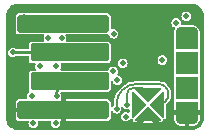
<source format=gbl>
G04 #@! TF.GenerationSoftware,KiCad,Pcbnew,(7.0.0-0)*
G04 #@! TF.CreationDate,2023-10-24T18:27:41+08:00*
G04 #@! TF.ProjectId,Revolute,5265766f-6c75-4746-952e-6b696361645f,rev?*
G04 #@! TF.SameCoordinates,Original*
G04 #@! TF.FileFunction,Copper,L4,Bot*
G04 #@! TF.FilePolarity,Positive*
%FSLAX46Y46*%
G04 Gerber Fmt 4.6, Leading zero omitted, Abs format (unit mm)*
G04 Created by KiCad (PCBNEW (7.0.0-0)) date 2023-10-24 18:27:41*
%MOMM*%
%LPD*%
G01*
G04 APERTURE LIST*
G04 Aperture macros list*
%AMRoundRect*
0 Rectangle with rounded corners*
0 $1 Rounding radius*
0 $2 $3 $4 $5 $6 $7 $8 $9 X,Y pos of 4 corners*
0 Add a 4 corners polygon primitive as box body*
4,1,4,$2,$3,$4,$5,$6,$7,$8,$9,$2,$3,0*
0 Add four circle primitives for the rounded corners*
1,1,$1+$1,$2,$3*
1,1,$1+$1,$4,$5*
1,1,$1+$1,$6,$7*
1,1,$1+$1,$8,$9*
0 Add four rect primitives between the rounded corners*
20,1,$1+$1,$2,$3,$4,$5,0*
20,1,$1+$1,$4,$5,$6,$7,0*
20,1,$1+$1,$6,$7,$8,$9,0*
20,1,$1+$1,$8,$9,$2,$3,0*%
%AMOutline4P*
0 Free polygon, 4 corners , with rotation*
0 The origin of the aperture is its center*
0 number of corners: always 4*
0 $1 to $8 corner X, Y*
0 $9 Rotation angle, in degrees counterclockwise*
0 create outline with 4 corners*
4,1,4,$1,$2,$3,$4,$5,$6,$7,$8,$1,$2,$9*%
%AMFreePoly0*
4,1,17,-0.950000,0.475000,-0.941719,0.563308,-0.894955,0.696953,-0.810876,0.810876,-0.696953,0.894955,-0.563308,0.941719,-0.475000,0.950000,0.475000,0.950000,0.563308,0.941719,0.696953,0.894955,0.810876,0.810876,0.894955,0.696953,0.941719,0.563308,0.950000,0.475000,0.950000,-0.950000,-0.950000,-0.950000,-0.950000,0.475000,-0.950000,0.475000,$1*%
%AMFreePoly1*
4,1,42,1.022267,0.592764,1.045399,0.589101,1.051104,0.583395,1.058779,0.580902,1.072544,0.561955,1.089101,0.545399,1.090363,0.537429,1.095106,0.530902,1.095106,0.507488,1.098770,0.484357,1.095106,0.477166,1.095106,0.469098,1.081341,0.450152,1.070711,0.429290,0.070711,-0.570711,0.056598,-0.577901,0.045399,-0.589101,0.029754,-0.591579,0.015643,-0.598769,0.000002,-0.596291,
-0.015643,-0.598770,-0.029756,-0.591578,-0.045399,-0.589101,-0.056598,-0.577901,-0.070710,-0.570711,-1.070711,0.429289,-1.081341,0.450152,-1.095106,0.469098,-1.095106,0.477168,-1.098769,0.484357,-1.095106,0.507485,-1.095106,0.530902,-1.090363,0.537429,-1.089101,0.545399,-1.072544,0.561955,-1.058779,0.580902,-1.051104,0.583395,-1.045399,0.589101,-1.022269,0.592764,-1.000000,0.600000,
1.000000,0.600000,1.022267,0.592764,1.022267,0.592764,$1*%
G04 Aperture macros list end*
G04 #@! TA.AperFunction,SMDPad,CuDef*
%ADD10RoundRect,0.150000X-3.725000X0.600000X-3.725000X-0.600000X3.725000X-0.600000X3.725000X0.600000X0*%
G04 #@! TD*
G04 #@! TA.AperFunction,SMDPad,CuDef*
%ADD11RoundRect,0.150000X-3.175000X0.600000X-3.175000X-0.600000X3.175000X-0.600000X3.175000X0.600000X0*%
G04 #@! TD*
G04 #@! TA.AperFunction,SMDPad,CuDef*
%ADD12FreePoly0,180.000000*%
G04 #@! TD*
G04 #@! TA.AperFunction,SMDPad,CuDef*
%ADD13Outline4P,-0.950000X0.950000X0.950000X0.950000X0.950000X-0.950000X-0.950000X-0.950000X0.000000*%
G04 #@! TD*
G04 #@! TA.AperFunction,SMDPad,CuDef*
%ADD14FreePoly0,0.000000*%
G04 #@! TD*
G04 #@! TA.AperFunction,SMDPad,CuDef*
%ADD15FreePoly1,90.000000*%
G04 #@! TD*
G04 #@! TA.AperFunction,SMDPad,CuDef*
%ADD16FreePoly1,0.000000*%
G04 #@! TD*
G04 #@! TA.AperFunction,SMDPad,CuDef*
%ADD17FreePoly1,270.000000*%
G04 #@! TD*
G04 #@! TA.AperFunction,SMDPad,CuDef*
%ADD18FreePoly1,180.000000*%
G04 #@! TD*
G04 #@! TA.AperFunction,ViaPad*
%ADD19C,0.500000*%
G04 #@! TD*
G04 #@! TA.AperFunction,Conductor*
%ADD20C,0.250000*%
G04 #@! TD*
G04 #@! TA.AperFunction,Conductor*
%ADD21C,0.150000*%
G04 #@! TD*
G04 APERTURE END LIST*
D10*
X170875000Y-84050000D03*
D11*
X171425000Y-86483000D03*
X171425000Y-88917000D03*
D10*
X170875000Y-91350000D03*
D12*
X181339999Y-91589999D03*
D13*
X181339999Y-89489999D03*
X181339999Y-87389999D03*
D14*
X181339999Y-85289999D03*
D15*
X177240000Y-90890000D03*
D16*
X178040000Y-90090000D03*
D17*
X178840000Y-90890000D03*
D18*
X178040000Y-91690000D03*
D19*
X171700000Y-87700000D03*
X172700000Y-87700000D03*
X166480000Y-92050000D03*
X176270000Y-83220000D03*
X178470000Y-85070000D03*
X166490000Y-85320000D03*
X166490000Y-91020000D03*
X179392780Y-84952132D03*
X173700000Y-87700000D03*
X166490000Y-84300000D03*
X166480000Y-90030000D03*
X166480000Y-89010000D03*
X168180000Y-90150000D03*
X181900000Y-85620000D03*
X175130000Y-84910000D03*
X176170000Y-91910000D03*
X169610000Y-85260000D03*
X175910000Y-87390000D03*
X170730000Y-85290000D03*
X167557188Y-83520000D03*
X179250000Y-87120000D03*
X168320000Y-92480000D03*
X166610000Y-86480000D03*
X170220000Y-92480000D03*
X170300000Y-90160000D03*
X176240000Y-90890000D03*
X175380000Y-91260000D03*
X176960000Y-91430000D03*
X168880000Y-87670000D03*
X181860000Y-89870000D03*
X181760000Y-87960000D03*
X170287132Y-87667132D03*
X175080000Y-88080000D03*
X180420000Y-83980000D03*
X181280000Y-83420000D03*
X175437780Y-88820000D03*
D20*
X168600000Y-84050000D02*
X170875000Y-84050000D01*
X167626832Y-83520000D02*
X167680602Y-83573770D01*
X167557188Y-83520000D02*
X167626832Y-83520000D01*
X167680609Y-83573765D02*
G75*
G03*
X168600000Y-84049999I921991J654365D01*
G01*
X166610000Y-86480000D02*
X171422000Y-86480000D01*
X171425000Y-86483000D02*
G75*
G03*
X171422000Y-86480000I-3000J0D01*
G01*
X170300000Y-90160000D02*
X170300000Y-90042000D01*
X171425000Y-88917000D02*
G75*
G03*
X170300000Y-90042000I0J-1125000D01*
G01*
D21*
X176840000Y-89460000D02*
X177410000Y-89460000D01*
X176240000Y-90890000D02*
X176240000Y-90060000D01*
X178040000Y-90090000D02*
G75*
G03*
X177410000Y-89460000I-630000J0D01*
G01*
X176840000Y-89460000D02*
G75*
G03*
X176240000Y-90060000I0J-600000D01*
G01*
X175380000Y-91260000D02*
X175380000Y-90850000D01*
X177090000Y-89140000D02*
X178900000Y-89140000D01*
X178890000Y-90890000D02*
X178840000Y-90890000D01*
X179770000Y-90010000D02*
G75*
G03*
X178900000Y-89140000I-870000J0D01*
G01*
X178890000Y-90890000D02*
G75*
G03*
X179770000Y-90010000I0J880000D01*
G01*
X177090000Y-89140000D02*
G75*
G03*
X175380000Y-90850000I0J-1710000D01*
G01*
G04 #@! TA.AperFunction,Conductor*
G36*
X181773222Y-82360782D02*
G01*
X181812078Y-82364181D01*
X181935374Y-82374968D01*
X181948067Y-82377205D01*
X182102177Y-82418498D01*
X182114297Y-82422910D01*
X182258889Y-82490335D01*
X182270050Y-82496779D01*
X182400734Y-82588285D01*
X182410615Y-82596576D01*
X182523423Y-82709384D01*
X182531714Y-82719265D01*
X182623217Y-82849944D01*
X182629667Y-82861115D01*
X182697089Y-83005703D01*
X182701501Y-83017824D01*
X182742792Y-83171924D01*
X182745031Y-83184627D01*
X182759218Y-83346777D01*
X182759500Y-83353227D01*
X182759500Y-92046773D01*
X182759218Y-92053223D01*
X182745031Y-92215372D01*
X182742792Y-92228075D01*
X182701501Y-92382175D01*
X182697089Y-92394296D01*
X182629667Y-92538884D01*
X182623217Y-92550055D01*
X182531714Y-92680734D01*
X182523423Y-92690615D01*
X182410615Y-92803423D01*
X182400734Y-92811714D01*
X182270055Y-92903217D01*
X182258884Y-92909667D01*
X182114296Y-92977089D01*
X182102175Y-92981501D01*
X181948075Y-93022792D01*
X181935372Y-93025031D01*
X181773223Y-93039218D01*
X181766773Y-93039500D01*
X167003227Y-93039500D01*
X166996777Y-93039218D01*
X166834627Y-93025031D01*
X166821924Y-93022792D01*
X166667824Y-92981501D01*
X166655703Y-92977089D01*
X166511115Y-92909667D01*
X166499944Y-92903217D01*
X166474630Y-92885492D01*
X166369265Y-92811714D01*
X166359384Y-92803423D01*
X166246576Y-92690615D01*
X166238285Y-92680734D01*
X166237951Y-92680257D01*
X166146779Y-92550050D01*
X166140335Y-92538889D01*
X166080903Y-92411438D01*
X166072910Y-92394296D01*
X166068498Y-92382175D01*
X166027205Y-92228067D01*
X166024968Y-92215371D01*
X166023355Y-92196938D01*
X166013415Y-92083317D01*
X166010782Y-92053222D01*
X166010500Y-92046773D01*
X166010500Y-91992647D01*
X166850001Y-91992647D01*
X166850248Y-91996925D01*
X166852268Y-92014343D01*
X166855158Y-92024967D01*
X166895443Y-92116205D01*
X166903061Y-92127326D01*
X166972673Y-92196938D01*
X166983794Y-92204556D01*
X167075036Y-92244843D01*
X167085650Y-92247731D01*
X167103078Y-92249753D01*
X167107350Y-92249999D01*
X167867477Y-92249999D01*
X167910972Y-92264131D01*
X167937855Y-92301130D01*
X167937856Y-92346864D01*
X167936996Y-92349510D01*
X167934354Y-92354696D01*
X167933443Y-92360446D01*
X167933443Y-92360447D01*
X167923733Y-92421752D01*
X167914508Y-92480000D01*
X167915419Y-92485752D01*
X167925603Y-92550055D01*
X167934354Y-92605304D01*
X167991950Y-92718342D01*
X168081658Y-92808050D01*
X168194696Y-92865646D01*
X168320000Y-92885492D01*
X168445304Y-92865646D01*
X168558342Y-92808050D01*
X168648050Y-92718342D01*
X168705646Y-92605304D01*
X168725492Y-92480000D01*
X168705646Y-92354696D01*
X168703001Y-92349505D01*
X168702144Y-92346867D01*
X168702144Y-92301132D01*
X168729026Y-92264132D01*
X168772522Y-92249999D01*
X169767477Y-92249999D01*
X169810972Y-92264131D01*
X169837855Y-92301130D01*
X169837856Y-92346864D01*
X169836996Y-92349510D01*
X169834354Y-92354696D01*
X169833443Y-92360446D01*
X169833443Y-92360447D01*
X169823733Y-92421752D01*
X169814508Y-92480000D01*
X169815419Y-92485752D01*
X169825603Y-92550055D01*
X169834354Y-92605304D01*
X169891950Y-92718342D01*
X169981658Y-92808050D01*
X170094696Y-92865646D01*
X170220000Y-92885492D01*
X170345304Y-92865646D01*
X170458342Y-92808050D01*
X170548050Y-92718342D01*
X170605646Y-92605304D01*
X170625492Y-92480000D01*
X170619318Y-92441016D01*
X177574544Y-92441016D01*
X177580882Y-92442939D01*
X178499118Y-92442939D01*
X178505455Y-92441016D01*
X178502335Y-92435178D01*
X178046887Y-91979730D01*
X178040000Y-91975753D01*
X178033112Y-91979730D01*
X177577664Y-92435178D01*
X177574544Y-92441016D01*
X170619318Y-92441016D01*
X170605646Y-92354696D01*
X170603001Y-92349505D01*
X170602144Y-92346867D01*
X170602147Y-92301123D01*
X170629042Y-92264120D01*
X170656561Y-92255188D01*
X170655847Y-92252521D01*
X170672941Y-92247940D01*
X170675000Y-92240257D01*
X170675000Y-92240256D01*
X171075000Y-92240256D01*
X171077059Y-92247939D01*
X171084743Y-92249999D01*
X174642647Y-92249999D01*
X174646925Y-92249751D01*
X174664343Y-92247731D01*
X174674967Y-92244841D01*
X174766205Y-92204556D01*
X174777326Y-92196938D01*
X174846938Y-92127326D01*
X174854556Y-92116205D01*
X174894843Y-92024963D01*
X174897731Y-92014349D01*
X174899753Y-91996921D01*
X174899999Y-91992649D01*
X174899999Y-91508353D01*
X174915885Y-91462540D01*
X174956724Y-91436398D01*
X175004979Y-91441150D01*
X175039932Y-91474756D01*
X175051950Y-91498342D01*
X175141658Y-91588050D01*
X175254696Y-91645646D01*
X175380000Y-91665492D01*
X175505304Y-91645646D01*
X175618342Y-91588050D01*
X175708050Y-91498342D01*
X175765646Y-91385304D01*
X175785492Y-91260000D01*
X175771282Y-91170283D01*
X175776456Y-91129324D01*
X175802772Y-91097509D01*
X175842038Y-91084747D01*
X175882030Y-91095009D01*
X175904790Y-91119238D01*
X175905885Y-91118443D01*
X175909304Y-91123149D01*
X175911950Y-91128342D01*
X176001658Y-91218050D01*
X176114696Y-91275646D01*
X176240000Y-91295492D01*
X176365304Y-91275646D01*
X176378958Y-91268688D01*
X176427936Y-91262240D01*
X176470060Y-91288053D01*
X176486552Y-91334623D01*
X176486552Y-91501044D01*
X176470061Y-91547614D01*
X176427937Y-91573427D01*
X176378958Y-91566978D01*
X176295304Y-91524354D01*
X176289550Y-91523442D01*
X176289548Y-91523442D01*
X176175752Y-91505419D01*
X176170000Y-91504508D01*
X176164248Y-91505419D01*
X176050451Y-91523442D01*
X176050447Y-91523442D01*
X176044696Y-91524354D01*
X176039504Y-91526999D01*
X176039502Y-91527000D01*
X175936850Y-91579304D01*
X175936847Y-91579305D01*
X175931658Y-91581950D01*
X175927541Y-91586066D01*
X175927538Y-91586069D01*
X175846069Y-91667538D01*
X175846066Y-91667541D01*
X175841950Y-91671658D01*
X175839305Y-91676847D01*
X175839304Y-91676850D01*
X175787000Y-91779502D01*
X175784354Y-91784696D01*
X175783442Y-91790447D01*
X175783442Y-91790451D01*
X175773160Y-91855372D01*
X175764508Y-91910000D01*
X175765419Y-91915752D01*
X175782716Y-92024967D01*
X175784354Y-92035304D01*
X175787000Y-92040497D01*
X175832270Y-92129345D01*
X175841950Y-92148342D01*
X175931658Y-92238050D01*
X176044696Y-92295646D01*
X176170000Y-92315492D01*
X176295304Y-92295646D01*
X176408342Y-92238050D01*
X176498050Y-92148342D01*
X176502750Y-92139116D01*
X176531684Y-92108623D01*
X176572560Y-92098808D01*
X176612184Y-92112840D01*
X176622601Y-92120409D01*
X176636414Y-92124896D01*
X176647148Y-92129343D01*
X176660085Y-92135936D01*
X176707508Y-92143448D01*
X176713061Y-92143448D01*
X176750061Y-92153362D01*
X176777147Y-92180448D01*
X176787061Y-92217448D01*
X176787061Y-92219584D01*
X176787515Y-92225362D01*
X176793636Y-92264006D01*
X176797192Y-92274949D01*
X176801124Y-92282665D01*
X176805567Y-92293391D01*
X176808242Y-92301623D01*
X176813469Y-92311881D01*
X176836462Y-92343528D01*
X176840229Y-92347939D01*
X176842951Y-92350661D01*
X176850491Y-92359489D01*
X176852757Y-92362608D01*
X176856516Y-92367009D01*
X176884185Y-92394678D01*
X176893492Y-92401439D01*
X176901196Y-92405364D01*
X176911108Y-92411438D01*
X176918114Y-92416529D01*
X176928364Y-92421752D01*
X176965569Y-92433841D01*
X176971218Y-92435197D01*
X176990239Y-92438210D01*
X176995112Y-92438337D01*
X176998293Y-92438841D01*
X177006295Y-92438211D01*
X177013137Y-92434018D01*
X177987673Y-91459482D01*
X178020846Y-91440329D01*
X178059152Y-91440329D01*
X178092325Y-91459482D01*
X179066859Y-92434016D01*
X179073702Y-92438210D01*
X179081702Y-92438839D01*
X179084884Y-92438336D01*
X179089774Y-92438208D01*
X179108775Y-92435199D01*
X179114429Y-92433841D01*
X179151630Y-92421754D01*
X179161882Y-92416530D01*
X179168881Y-92411444D01*
X179178801Y-92405365D01*
X179186502Y-92401442D01*
X179195814Y-92394677D01*
X179223482Y-92367009D01*
X179227236Y-92362613D01*
X179229494Y-92359505D01*
X179237055Y-92350652D01*
X179239778Y-92347929D01*
X179243532Y-92343534D01*
X179266531Y-92311881D01*
X179271756Y-92301626D01*
X179274430Y-92293395D01*
X179278880Y-92282652D01*
X179282807Y-92274945D01*
X179286363Y-92264005D01*
X179292484Y-92225362D01*
X179292939Y-92219584D01*
X179292939Y-92217448D01*
X179302853Y-92180448D01*
X179329939Y-92153362D01*
X179366939Y-92143448D01*
X179369585Y-92143448D01*
X179372492Y-92143448D01*
X179419915Y-92135936D01*
X179432852Y-92129342D01*
X179439329Y-92126660D01*
X180240000Y-92126660D01*
X180240113Y-92129558D01*
X180242492Y-92159779D01*
X180243843Y-92167179D01*
X180285545Y-92310718D01*
X180289215Y-92319198D01*
X180364856Y-92447101D01*
X180370521Y-92454404D01*
X180475595Y-92559478D01*
X180482898Y-92565143D01*
X180610801Y-92640784D01*
X180619281Y-92644454D01*
X180762820Y-92686156D01*
X180770220Y-92687507D01*
X180800441Y-92689886D01*
X180803340Y-92690000D01*
X181130257Y-92690000D01*
X181137940Y-92687940D01*
X181140000Y-92680257D01*
X181540000Y-92680257D01*
X181542059Y-92687940D01*
X181549743Y-92690000D01*
X181876660Y-92690000D01*
X181879558Y-92689886D01*
X181909779Y-92687507D01*
X181917179Y-92686156D01*
X182060718Y-92644454D01*
X182069198Y-92640784D01*
X182197101Y-92565143D01*
X182204404Y-92559478D01*
X182309478Y-92454404D01*
X182315143Y-92447101D01*
X182390784Y-92319198D01*
X182394454Y-92310718D01*
X182436156Y-92167179D01*
X182437507Y-92159779D01*
X182439886Y-92129558D01*
X182440000Y-92126660D01*
X182440000Y-91799743D01*
X182437940Y-91792059D01*
X182430257Y-91790000D01*
X181549743Y-91790000D01*
X181542059Y-91792059D01*
X181540000Y-91799743D01*
X181540000Y-92680257D01*
X181140000Y-92680257D01*
X181140000Y-91799743D01*
X181137940Y-91792059D01*
X181130257Y-91790000D01*
X180249743Y-91790000D01*
X180242059Y-91792059D01*
X180240000Y-91799743D01*
X180240000Y-92126660D01*
X179439329Y-92126660D01*
X179443589Y-92124896D01*
X179443595Y-92124894D01*
X179457399Y-92120410D01*
X179496243Y-92092187D01*
X179500991Y-92087437D01*
X179509828Y-92079890D01*
X179515257Y-92075947D01*
X179549209Y-92041995D01*
X179555799Y-92029057D01*
X179561867Y-92019156D01*
X179570407Y-92007405D01*
X179585245Y-91961739D01*
X179589097Y-91937417D01*
X179588773Y-91937365D01*
X179588836Y-91934944D01*
X179590549Y-91924135D01*
X179591233Y-91921825D01*
X179591559Y-91921877D01*
X179595411Y-91897557D01*
X179595411Y-91849548D01*
X179594107Y-91845537D01*
X179593448Y-91837154D01*
X179593448Y-90897372D01*
X179600381Y-90866098D01*
X179619881Y-90840685D01*
X179674693Y-90794693D01*
X179799032Y-90646511D01*
X179895751Y-90478989D01*
X179961910Y-90297217D01*
X179995500Y-90106719D01*
X179995500Y-90010000D01*
X179995500Y-89965145D01*
X179995500Y-89914156D01*
X179962214Y-89725381D01*
X179896653Y-89545253D01*
X179800809Y-89379247D01*
X179677595Y-89232405D01*
X179530753Y-89109191D01*
X179364747Y-89013347D01*
X179301776Y-88990427D01*
X179187661Y-88948893D01*
X179187658Y-88948892D01*
X179184619Y-88947786D01*
X179181435Y-88947224D01*
X179181433Y-88947224D01*
X178999029Y-88915061D01*
X178999022Y-88915060D01*
X178995844Y-88914500D01*
X178947932Y-88914500D01*
X177134855Y-88914500D01*
X177090000Y-88914500D01*
X176963141Y-88914500D01*
X176960747Y-88914815D01*
X176960734Y-88914816D01*
X176713992Y-88947300D01*
X176713976Y-88947303D01*
X176711592Y-88947617D01*
X176709269Y-88948239D01*
X176709256Y-88948242D01*
X176468857Y-89012657D01*
X176468849Y-89012659D01*
X176466519Y-89013284D01*
X176464294Y-89014205D01*
X176464278Y-89014211D01*
X176234352Y-89109450D01*
X176234344Y-89109453D01*
X176232113Y-89110378D01*
X176230018Y-89111587D01*
X176230013Y-89111590D01*
X176014486Y-89236024D01*
X176014473Y-89236032D01*
X176012387Y-89237237D01*
X176010469Y-89238708D01*
X176010461Y-89238714D01*
X175813027Y-89390211D01*
X175813019Y-89390217D01*
X175811098Y-89391692D01*
X175809388Y-89393401D01*
X175809380Y-89393409D01*
X175633409Y-89569380D01*
X175633401Y-89569388D01*
X175631692Y-89571098D01*
X175630217Y-89573019D01*
X175630211Y-89573027D01*
X175478714Y-89770461D01*
X175478708Y-89770469D01*
X175477237Y-89772387D01*
X175476032Y-89774473D01*
X175476024Y-89774486D01*
X175351590Y-89990013D01*
X175350378Y-89992113D01*
X175349453Y-89994344D01*
X175349450Y-89994352D01*
X175254211Y-90224278D01*
X175254205Y-90224294D01*
X175253284Y-90226519D01*
X175252659Y-90228849D01*
X175252657Y-90228857D01*
X175188242Y-90469256D01*
X175188239Y-90469269D01*
X175187617Y-90471592D01*
X175187303Y-90473976D01*
X175187300Y-90473992D01*
X175154816Y-90720734D01*
X175154815Y-90720747D01*
X175154500Y-90723141D01*
X175154500Y-90725569D01*
X175154500Y-90888456D01*
X175148867Y-90916775D01*
X175132826Y-90940782D01*
X175056069Y-91017538D01*
X175056066Y-91017541D01*
X175051950Y-91021658D01*
X175049306Y-91026845D01*
X175049305Y-91026848D01*
X175039933Y-91045243D01*
X175004979Y-91078850D01*
X174956724Y-91083602D01*
X174915885Y-91057460D01*
X174899999Y-91011647D01*
X174899999Y-90707353D01*
X174899751Y-90703074D01*
X174897731Y-90685656D01*
X174894841Y-90675032D01*
X174854556Y-90583794D01*
X174846938Y-90572673D01*
X174777326Y-90503061D01*
X174766205Y-90495443D01*
X174674963Y-90455156D01*
X174664349Y-90452268D01*
X174646921Y-90450246D01*
X174642650Y-90450000D01*
X171084743Y-90450000D01*
X171077059Y-90452059D01*
X171075000Y-90459743D01*
X171075000Y-92240256D01*
X170675000Y-92240256D01*
X170675000Y-91559743D01*
X170672940Y-91552059D01*
X170665257Y-91550000D01*
X166859744Y-91550000D01*
X166852060Y-91552059D01*
X166850001Y-91559743D01*
X166850001Y-91992647D01*
X166010500Y-91992647D01*
X166010500Y-86480000D01*
X166204508Y-86480000D01*
X166224354Y-86605304D01*
X166281950Y-86718342D01*
X166371658Y-86808050D01*
X166484696Y-86865646D01*
X166610000Y-86885492D01*
X166735304Y-86865646D01*
X166848342Y-86808050D01*
X166879217Y-86777174D01*
X166903225Y-86761133D01*
X166931544Y-86755500D01*
X167875501Y-86755500D01*
X167912501Y-86765414D01*
X167939587Y-86792500D01*
X167949501Y-86829500D01*
X167949501Y-87127864D01*
X167949747Y-87129990D01*
X167949748Y-87129997D01*
X167951773Y-87147460D01*
X167951773Y-87147463D01*
X167952415Y-87152991D01*
X167954662Y-87158079D01*
X167954663Y-87158083D01*
X167993175Y-87245304D01*
X167997794Y-87255765D01*
X168077235Y-87335206D01*
X168180009Y-87380585D01*
X168205135Y-87383500D01*
X168455732Y-87383499D01*
X168502300Y-87399990D01*
X168528114Y-87442113D01*
X168521666Y-87491093D01*
X168494354Y-87544696D01*
X168493442Y-87550447D01*
X168493442Y-87550451D01*
X168475873Y-87661380D01*
X168474508Y-87670000D01*
X168475419Y-87675752D01*
X168491384Y-87776557D01*
X168494354Y-87795304D01*
X168497000Y-87800497D01*
X168551950Y-87908342D01*
X168550087Y-87909290D01*
X168560197Y-87936697D01*
X168552359Y-87976097D01*
X168525089Y-88005596D01*
X168486425Y-88016500D01*
X168207281Y-88016500D01*
X168207263Y-88016500D01*
X168205136Y-88016501D01*
X168203010Y-88016747D01*
X168203002Y-88016748D01*
X168185539Y-88018773D01*
X168185534Y-88018774D01*
X168180009Y-88019415D01*
X168174920Y-88021661D01*
X168174916Y-88021663D01*
X168083507Y-88062024D01*
X168083504Y-88062025D01*
X168077235Y-88064794D01*
X168072389Y-88069639D01*
X168072386Y-88069642D01*
X168002642Y-88139386D01*
X168002639Y-88139389D01*
X167997794Y-88144235D01*
X167995025Y-88150504D01*
X167995024Y-88150507D01*
X167954661Y-88241920D01*
X167954659Y-88241925D01*
X167952415Y-88247009D01*
X167951774Y-88252527D01*
X167951773Y-88252534D01*
X167949746Y-88270006D01*
X167949745Y-88270023D01*
X167949500Y-88272135D01*
X167949500Y-88274277D01*
X167949500Y-88274278D01*
X167949500Y-89559718D01*
X167949500Y-89559735D01*
X167949501Y-89561864D01*
X167949747Y-89563990D01*
X167949748Y-89563997D01*
X167951773Y-89581460D01*
X167951773Y-89581463D01*
X167952415Y-89586991D01*
X167954662Y-89592079D01*
X167954663Y-89592083D01*
X167977615Y-89644064D01*
X167997794Y-89689765D01*
X168002642Y-89694613D01*
X168003911Y-89696465D01*
X168016819Y-89735778D01*
X168006603Y-89775875D01*
X167976457Y-89804219D01*
X167946848Y-89819305D01*
X167946845Y-89819306D01*
X167941658Y-89821950D01*
X167937541Y-89826066D01*
X167937538Y-89826069D01*
X167856069Y-89907538D01*
X167856066Y-89907541D01*
X167851950Y-89911658D01*
X167849305Y-89916847D01*
X167849304Y-89916850D01*
X167809815Y-89994352D01*
X167794354Y-90024696D01*
X167793442Y-90030447D01*
X167793442Y-90030451D01*
X167775419Y-90144248D01*
X167774508Y-90150000D01*
X167775419Y-90155752D01*
X167788489Y-90238277D01*
X167794354Y-90275304D01*
X167828543Y-90342404D01*
X167828544Y-90342405D01*
X167834992Y-90391386D01*
X167809179Y-90433509D01*
X167762609Y-90450000D01*
X167107353Y-90450000D01*
X167103074Y-90450248D01*
X167085656Y-90452268D01*
X167075032Y-90455158D01*
X166983794Y-90495443D01*
X166972673Y-90503061D01*
X166903061Y-90572673D01*
X166895443Y-90583794D01*
X166855156Y-90675036D01*
X166852268Y-90685650D01*
X166850246Y-90703078D01*
X166850000Y-90707350D01*
X166850000Y-91140257D01*
X166852059Y-91147940D01*
X166859743Y-91150000D01*
X170665257Y-91150000D01*
X170672940Y-91147940D01*
X170675000Y-91140257D01*
X170675000Y-90459744D01*
X170672738Y-90451305D01*
X170663273Y-90441840D01*
X170642510Y-90401090D01*
X170649664Y-90355921D01*
X170685646Y-90285304D01*
X170705492Y-90160000D01*
X170685646Y-90034696D01*
X170629801Y-89925094D01*
X170623352Y-89876114D01*
X170649165Y-89833990D01*
X170695735Y-89817499D01*
X174642719Y-89817499D01*
X174644864Y-89817499D01*
X174669991Y-89814585D01*
X174772765Y-89769206D01*
X174852206Y-89689765D01*
X174897585Y-89586991D01*
X174900500Y-89561865D01*
X174900499Y-88928178D01*
X174913295Y-88886586D01*
X174947257Y-88859377D01*
X174990641Y-88855962D01*
X175028442Y-88877523D01*
X175047588Y-88916603D01*
X175051222Y-88939549D01*
X175051222Y-88939552D01*
X175052134Y-88945304D01*
X175109730Y-89058342D01*
X175199438Y-89148050D01*
X175312476Y-89205646D01*
X175437780Y-89225492D01*
X175563084Y-89205646D01*
X175676122Y-89148050D01*
X175765830Y-89058342D01*
X175823426Y-88945304D01*
X175843272Y-88820000D01*
X175823426Y-88694696D01*
X175765830Y-88581658D01*
X175676122Y-88491950D01*
X175563084Y-88434354D01*
X175557332Y-88433442D01*
X175557329Y-88433442D01*
X175465526Y-88418902D01*
X175424777Y-88398139D01*
X175404014Y-88357388D01*
X175411168Y-88312222D01*
X175465646Y-88205304D01*
X175485492Y-88080000D01*
X175465646Y-87954696D01*
X175408050Y-87841658D01*
X175318342Y-87751950D01*
X175205304Y-87694354D01*
X175199550Y-87693442D01*
X175199548Y-87693442D01*
X175085752Y-87675419D01*
X175080000Y-87674508D01*
X175074248Y-87675419D01*
X174960451Y-87693442D01*
X174960447Y-87693442D01*
X174954696Y-87694354D01*
X174949504Y-87696999D01*
X174949502Y-87697000D01*
X174846850Y-87749304D01*
X174846847Y-87749305D01*
X174841658Y-87751950D01*
X174837541Y-87756066D01*
X174837538Y-87756069D01*
X174756069Y-87837538D01*
X174756066Y-87837541D01*
X174751950Y-87841658D01*
X174749305Y-87846847D01*
X174749304Y-87846850D01*
X174703525Y-87936697D01*
X174694354Y-87954696D01*
X174693443Y-87960444D01*
X174691843Y-87965370D01*
X174664961Y-88002368D01*
X174621466Y-88016500D01*
X170678623Y-88016500D01*
X170639957Y-88005595D01*
X170612688Y-87976094D01*
X170604851Y-87936692D01*
X170616181Y-87905983D01*
X170615182Y-87905474D01*
X170615181Y-87905474D01*
X170672778Y-87792436D01*
X170692624Y-87667132D01*
X170672778Y-87541828D01*
X170646926Y-87491092D01*
X170640479Y-87442113D01*
X170666292Y-87399990D01*
X170694503Y-87390000D01*
X175504508Y-87390000D01*
X175505419Y-87395752D01*
X175522968Y-87506557D01*
X175524354Y-87515304D01*
X175581950Y-87628342D01*
X175671658Y-87718050D01*
X175784696Y-87775646D01*
X175910000Y-87795492D01*
X176035304Y-87775646D01*
X176148342Y-87718050D01*
X176238050Y-87628342D01*
X176295646Y-87515304D01*
X176315492Y-87390000D01*
X176295646Y-87264696D01*
X176238050Y-87151658D01*
X176206392Y-87120000D01*
X178844508Y-87120000D01*
X178845419Y-87125752D01*
X178848869Y-87147538D01*
X178864354Y-87245304D01*
X178921950Y-87358342D01*
X179011658Y-87448050D01*
X179124696Y-87505646D01*
X179250000Y-87525492D01*
X179375304Y-87505646D01*
X179488342Y-87448050D01*
X179578050Y-87358342D01*
X179635646Y-87245304D01*
X179655492Y-87120000D01*
X179635646Y-86994696D01*
X179578050Y-86881658D01*
X179488342Y-86791950D01*
X179375304Y-86734354D01*
X179369550Y-86733442D01*
X179369548Y-86733442D01*
X179255752Y-86715419D01*
X179250000Y-86714508D01*
X179244248Y-86715419D01*
X179130451Y-86733442D01*
X179130447Y-86733442D01*
X179124696Y-86734354D01*
X179119504Y-86736999D01*
X179119502Y-86737000D01*
X179016850Y-86789304D01*
X179016847Y-86789305D01*
X179011658Y-86791950D01*
X179007541Y-86796066D01*
X179007538Y-86796069D01*
X178926069Y-86877538D01*
X178926066Y-86877541D01*
X178921950Y-86881658D01*
X178919305Y-86886847D01*
X178919304Y-86886850D01*
X178867000Y-86989502D01*
X178864354Y-86994696D01*
X178863442Y-87000447D01*
X178863442Y-87000451D01*
X178862824Y-87004354D01*
X178844508Y-87120000D01*
X176206392Y-87120000D01*
X176148342Y-87061950D01*
X176035304Y-87004354D01*
X176029550Y-87003442D01*
X176029548Y-87003442D01*
X175915752Y-86985419D01*
X175910000Y-86984508D01*
X175904248Y-86985419D01*
X175790451Y-87003442D01*
X175790447Y-87003442D01*
X175784696Y-87004354D01*
X175779504Y-87006999D01*
X175779502Y-87007000D01*
X175676850Y-87059304D01*
X175676847Y-87059305D01*
X175671658Y-87061950D01*
X175667541Y-87066066D01*
X175667538Y-87066069D01*
X175586069Y-87147538D01*
X175586066Y-87147541D01*
X175581950Y-87151658D01*
X175579305Y-87156847D01*
X175579304Y-87156850D01*
X175527000Y-87259502D01*
X175524354Y-87264696D01*
X175523442Y-87270447D01*
X175523442Y-87270451D01*
X175509522Y-87358342D01*
X175504508Y-87390000D01*
X170694503Y-87390000D01*
X170712862Y-87383499D01*
X174642719Y-87383499D01*
X174644864Y-87383499D01*
X174669991Y-87380585D01*
X174772765Y-87335206D01*
X174852206Y-87255765D01*
X174897585Y-87152991D01*
X174900500Y-87127865D01*
X174900499Y-85838136D01*
X174897585Y-85813009D01*
X174852206Y-85710235D01*
X174772765Y-85630794D01*
X174766492Y-85628024D01*
X174675079Y-85587661D01*
X174675075Y-85587660D01*
X174669991Y-85585415D01*
X174664470Y-85584774D01*
X174664465Y-85584773D01*
X174646993Y-85582746D01*
X174646977Y-85582745D01*
X174644865Y-85582500D01*
X174642722Y-85582500D01*
X171151212Y-85582500D01*
X171104642Y-85566009D01*
X171078829Y-85523886D01*
X171085276Y-85474906D01*
X171115646Y-85415304D01*
X171135492Y-85290000D01*
X171115646Y-85164696D01*
X171061328Y-85058092D01*
X171054880Y-85009114D01*
X171080693Y-84966990D01*
X171127263Y-84950499D01*
X174642719Y-84950499D01*
X174644864Y-84950499D01*
X174658860Y-84948875D01*
X174695806Y-84954058D01*
X174725531Y-84976612D01*
X174740473Y-85010803D01*
X174743442Y-85029550D01*
X174743443Y-85029553D01*
X174744354Y-85035304D01*
X174801950Y-85148342D01*
X174891658Y-85238050D01*
X175004696Y-85295646D01*
X175130000Y-85315492D01*
X175255304Y-85295646D01*
X175368342Y-85238050D01*
X175458050Y-85148342D01*
X175515646Y-85035304D01*
X175535492Y-84910000D01*
X175515646Y-84784696D01*
X175458050Y-84671658D01*
X175368342Y-84581950D01*
X175334310Y-84564610D01*
X175260497Y-84527000D01*
X175255304Y-84524354D01*
X175249550Y-84523442D01*
X175249548Y-84523442D01*
X175135752Y-84505419D01*
X175130000Y-84504508D01*
X175124248Y-84505419D01*
X175010449Y-84523442D01*
X175010444Y-84523443D01*
X175004696Y-84524354D01*
X174999506Y-84526997D01*
X174997365Y-84527694D01*
X174951631Y-84527693D01*
X174914632Y-84500811D01*
X174900499Y-84457315D01*
X174900499Y-83980000D01*
X180014508Y-83980000D01*
X180034354Y-84105304D01*
X180091950Y-84218342D01*
X180181658Y-84308050D01*
X180294696Y-84365646D01*
X180299479Y-84366403D01*
X180334656Y-84391126D01*
X180350038Y-84431834D01*
X180339879Y-84474150D01*
X180288752Y-84560601D01*
X180288752Y-84560602D01*
X180286382Y-84564610D01*
X180285085Y-84569073D01*
X180285082Y-84569081D01*
X180243345Y-84712742D01*
X180243343Y-84712750D01*
X180242291Y-84716373D01*
X180241994Y-84720136D01*
X180241994Y-84720141D01*
X180239613Y-84750390D01*
X180239612Y-84750412D01*
X180239500Y-84751837D01*
X180239500Y-86254820D01*
X180240210Y-86258389D01*
X180246810Y-86291572D01*
X180246811Y-86291575D01*
X180248233Y-86298722D01*
X180252282Y-86304783D01*
X180255071Y-86311514D01*
X180252511Y-86312574D01*
X180260815Y-86339795D01*
X180252548Y-86367441D01*
X180255071Y-86368486D01*
X180252282Y-86375217D01*
X180248233Y-86381278D01*
X180246811Y-86388422D01*
X180246810Y-86388427D01*
X180240210Y-86421610D01*
X180239500Y-86425180D01*
X180239500Y-88354820D01*
X180240210Y-88358389D01*
X180246810Y-88391572D01*
X180246811Y-88391575D01*
X180248233Y-88398722D01*
X180252282Y-88404783D01*
X180255071Y-88411514D01*
X180252529Y-88412566D01*
X180260815Y-88440000D01*
X180252529Y-88467433D01*
X180255071Y-88468486D01*
X180252282Y-88475217D01*
X180248233Y-88481278D01*
X180246811Y-88488422D01*
X180246810Y-88488427D01*
X180243832Y-88503401D01*
X180239500Y-88525180D01*
X180239500Y-90454820D01*
X180248233Y-90498722D01*
X180252280Y-90504780D01*
X180255071Y-90511516D01*
X180253276Y-90512259D01*
X180260773Y-90533226D01*
X180255496Y-90568784D01*
X180247281Y-90588617D01*
X180240710Y-90621655D01*
X180240000Y-90628865D01*
X180240000Y-91380257D01*
X180242059Y-91387940D01*
X180249743Y-91390000D01*
X182430257Y-91390000D01*
X182437940Y-91387940D01*
X182439999Y-91380256D01*
X182439999Y-90628867D01*
X182439288Y-90621652D01*
X182432719Y-90588624D01*
X182424503Y-90568789D01*
X182419229Y-90533189D01*
X182426730Y-90512261D01*
X182424928Y-90511515D01*
X182427714Y-90504786D01*
X182431767Y-90498722D01*
X182440500Y-90454820D01*
X182440500Y-88525180D01*
X182431767Y-88481278D01*
X182427718Y-88475219D01*
X182424929Y-88468484D01*
X182427506Y-88467416D01*
X182419185Y-88440000D01*
X182427506Y-88412583D01*
X182424929Y-88411516D01*
X182427718Y-88404781D01*
X182431767Y-88398722D01*
X182440500Y-88354820D01*
X182440500Y-86425180D01*
X182431767Y-86381278D01*
X182427718Y-86375219D01*
X182424929Y-86368484D01*
X182427506Y-86367416D01*
X182419185Y-86340000D01*
X182427506Y-86312583D01*
X182424929Y-86311516D01*
X182427718Y-86304781D01*
X182431767Y-86298722D01*
X182440500Y-86254820D01*
X182440499Y-84751838D01*
X182437709Y-84716373D01*
X182393618Y-84564610D01*
X182313170Y-84428580D01*
X182201420Y-84316830D01*
X182197412Y-84314460D01*
X182197410Y-84314458D01*
X182069397Y-84238752D01*
X182069398Y-84238752D01*
X182065390Y-84236382D01*
X182060923Y-84235084D01*
X182060918Y-84235082D01*
X181917257Y-84193345D01*
X181917251Y-84193343D01*
X181913627Y-84192291D01*
X181909861Y-84191994D01*
X181909858Y-84191994D01*
X181879609Y-84189613D01*
X181879588Y-84189612D01*
X181878163Y-84189500D01*
X181876711Y-84189500D01*
X180878953Y-84189500D01*
X180838650Y-84177562D01*
X180811351Y-84145598D01*
X180805864Y-84103925D01*
X180825492Y-83980000D01*
X180805646Y-83854696D01*
X180748050Y-83741658D01*
X180658342Y-83651950D01*
X180545304Y-83594354D01*
X180539550Y-83593442D01*
X180539548Y-83593442D01*
X180425752Y-83575419D01*
X180420000Y-83574508D01*
X180414248Y-83575419D01*
X180300451Y-83593442D01*
X180300447Y-83593442D01*
X180294696Y-83594354D01*
X180289504Y-83596999D01*
X180289502Y-83597000D01*
X180186850Y-83649304D01*
X180186847Y-83649305D01*
X180181658Y-83651950D01*
X180177541Y-83656066D01*
X180177538Y-83656069D01*
X180096069Y-83737538D01*
X180096066Y-83737541D01*
X180091950Y-83741658D01*
X180089305Y-83746847D01*
X180089304Y-83746850D01*
X180088693Y-83748050D01*
X180034354Y-83854696D01*
X180033442Y-83860447D01*
X180033442Y-83860451D01*
X180015419Y-83974248D01*
X180014508Y-83980000D01*
X174900499Y-83980000D01*
X174900499Y-83420000D01*
X180874508Y-83420000D01*
X180894354Y-83545304D01*
X180951950Y-83658342D01*
X181041658Y-83748050D01*
X181154696Y-83805646D01*
X181280000Y-83825492D01*
X181405304Y-83805646D01*
X181518342Y-83748050D01*
X181608050Y-83658342D01*
X181665646Y-83545304D01*
X181685492Y-83420000D01*
X181665646Y-83294696D01*
X181608050Y-83181658D01*
X181518342Y-83091950D01*
X181405304Y-83034354D01*
X181399550Y-83033442D01*
X181399548Y-83033442D01*
X181285752Y-83015419D01*
X181280000Y-83014508D01*
X181274248Y-83015419D01*
X181160451Y-83033442D01*
X181160447Y-83033442D01*
X181154696Y-83034354D01*
X181149504Y-83036999D01*
X181149502Y-83037000D01*
X181046850Y-83089304D01*
X181046847Y-83089305D01*
X181041658Y-83091950D01*
X181037541Y-83096066D01*
X181037538Y-83096069D01*
X180956069Y-83177538D01*
X180956066Y-83177541D01*
X180951950Y-83181658D01*
X180949305Y-83186847D01*
X180949304Y-83186850D01*
X180900055Y-83283507D01*
X180894354Y-83294696D01*
X180893442Y-83300447D01*
X180893442Y-83300451D01*
X180876862Y-83405135D01*
X180874508Y-83420000D01*
X174900499Y-83420000D01*
X174900499Y-83407281D01*
X174900499Y-83407278D01*
X174900499Y-83405136D01*
X174897585Y-83380009D01*
X174852206Y-83277235D01*
X174772765Y-83197794D01*
X174766492Y-83195024D01*
X174675079Y-83154661D01*
X174675075Y-83154660D01*
X174669991Y-83152415D01*
X174664470Y-83151774D01*
X174664465Y-83151773D01*
X174646993Y-83149746D01*
X174646977Y-83149745D01*
X174644865Y-83149500D01*
X174642722Y-83149500D01*
X167729984Y-83149500D01*
X167696390Y-83141435D01*
X167687680Y-83136997D01*
X167687678Y-83136996D01*
X167682492Y-83134354D01*
X167676741Y-83133443D01*
X167562940Y-83115419D01*
X167557188Y-83114508D01*
X167551436Y-83115419D01*
X167437635Y-83133443D01*
X167437634Y-83133443D01*
X167431884Y-83134354D01*
X167426698Y-83136995D01*
X167426692Y-83136998D01*
X167417982Y-83141436D01*
X167384390Y-83149500D01*
X167107281Y-83149500D01*
X167107263Y-83149500D01*
X167105136Y-83149501D01*
X167103010Y-83149747D01*
X167103002Y-83149748D01*
X167085539Y-83151773D01*
X167085534Y-83151774D01*
X167080009Y-83152415D01*
X167074920Y-83154661D01*
X167074916Y-83154663D01*
X166983507Y-83195024D01*
X166983504Y-83195025D01*
X166977235Y-83197794D01*
X166972389Y-83202639D01*
X166972386Y-83202642D01*
X166902642Y-83272386D01*
X166902639Y-83272389D01*
X166897794Y-83277235D01*
X166895025Y-83283504D01*
X166895024Y-83283507D01*
X166854661Y-83374920D01*
X166854659Y-83374925D01*
X166852415Y-83380009D01*
X166851774Y-83385527D01*
X166851773Y-83385534D01*
X166849746Y-83403006D01*
X166849745Y-83403023D01*
X166849500Y-83405135D01*
X166849500Y-83407277D01*
X166849500Y-83407278D01*
X166849500Y-84692718D01*
X166849500Y-84692735D01*
X166849501Y-84694864D01*
X166849747Y-84696990D01*
X166849748Y-84696997D01*
X166851773Y-84714460D01*
X166851773Y-84714463D01*
X166852415Y-84719991D01*
X166854662Y-84725081D01*
X166854663Y-84725083D01*
X166880985Y-84784696D01*
X166897794Y-84822765D01*
X166977235Y-84902206D01*
X167080009Y-84947585D01*
X167105135Y-84950500D01*
X169197450Y-84950499D01*
X169244020Y-84966990D01*
X169269833Y-85009113D01*
X169263385Y-85058093D01*
X169224354Y-85134696D01*
X169223442Y-85140447D01*
X169223442Y-85140451D01*
X169207566Y-85240695D01*
X169204508Y-85260000D01*
X169205419Y-85265752D01*
X169210170Y-85295752D01*
X169224354Y-85385304D01*
X169227000Y-85390497D01*
X169270008Y-85474905D01*
X169276457Y-85523885D01*
X169250644Y-85566009D01*
X169204074Y-85582500D01*
X168207281Y-85582500D01*
X168207263Y-85582500D01*
X168205136Y-85582501D01*
X168203010Y-85582747D01*
X168203002Y-85582748D01*
X168185539Y-85584773D01*
X168185534Y-85584774D01*
X168180009Y-85585415D01*
X168174920Y-85587661D01*
X168174916Y-85587663D01*
X168083507Y-85628024D01*
X168083504Y-85628025D01*
X168077235Y-85630794D01*
X168072389Y-85635639D01*
X168072386Y-85635642D01*
X168002642Y-85705386D01*
X168002639Y-85705389D01*
X167997794Y-85710235D01*
X167995025Y-85716504D01*
X167995024Y-85716507D01*
X167954661Y-85807920D01*
X167954659Y-85807925D01*
X167952415Y-85813009D01*
X167951774Y-85818527D01*
X167951773Y-85818534D01*
X167949746Y-85836006D01*
X167949745Y-85836023D01*
X167949500Y-85838135D01*
X167949500Y-85840278D01*
X167949500Y-86130500D01*
X167939586Y-86167500D01*
X167912500Y-86194586D01*
X167875500Y-86204500D01*
X166931544Y-86204500D01*
X166903225Y-86198867D01*
X166879218Y-86182826D01*
X166852461Y-86156069D01*
X166852461Y-86156068D01*
X166848342Y-86151950D01*
X166735304Y-86094354D01*
X166729550Y-86093442D01*
X166729548Y-86093442D01*
X166615752Y-86075419D01*
X166610000Y-86074508D01*
X166604248Y-86075419D01*
X166490451Y-86093442D01*
X166490447Y-86093442D01*
X166484696Y-86094354D01*
X166479504Y-86096999D01*
X166479502Y-86097000D01*
X166376850Y-86149304D01*
X166376847Y-86149305D01*
X166371658Y-86151950D01*
X166367541Y-86156066D01*
X166367538Y-86156069D01*
X166286069Y-86237538D01*
X166286066Y-86237541D01*
X166281950Y-86241658D01*
X166279305Y-86246847D01*
X166279304Y-86246850D01*
X166231946Y-86339795D01*
X166224354Y-86354696D01*
X166223442Y-86360447D01*
X166223442Y-86360451D01*
X166212614Y-86428820D01*
X166204508Y-86480000D01*
X166010500Y-86480000D01*
X166010500Y-83353227D01*
X166010782Y-83346778D01*
X166014835Y-83300451D01*
X166024968Y-83184623D01*
X166027205Y-83171934D01*
X166068500Y-83017818D01*
X166072910Y-83005703D01*
X166140337Y-82861105D01*
X166146775Y-82849954D01*
X166238289Y-82719259D01*
X166246570Y-82709390D01*
X166359390Y-82596570D01*
X166369259Y-82588289D01*
X166499954Y-82496775D01*
X166511105Y-82490337D01*
X166655705Y-82422908D01*
X166667818Y-82418500D01*
X166821934Y-82377205D01*
X166834623Y-82374968D01*
X166964305Y-82363622D01*
X166996778Y-82360782D01*
X167003227Y-82360500D01*
X167003412Y-82360500D01*
X181766588Y-82360500D01*
X181766773Y-82360500D01*
X181773222Y-82360782D01*
G37*
G04 #@! TD.AperFunction*
M02*

</source>
